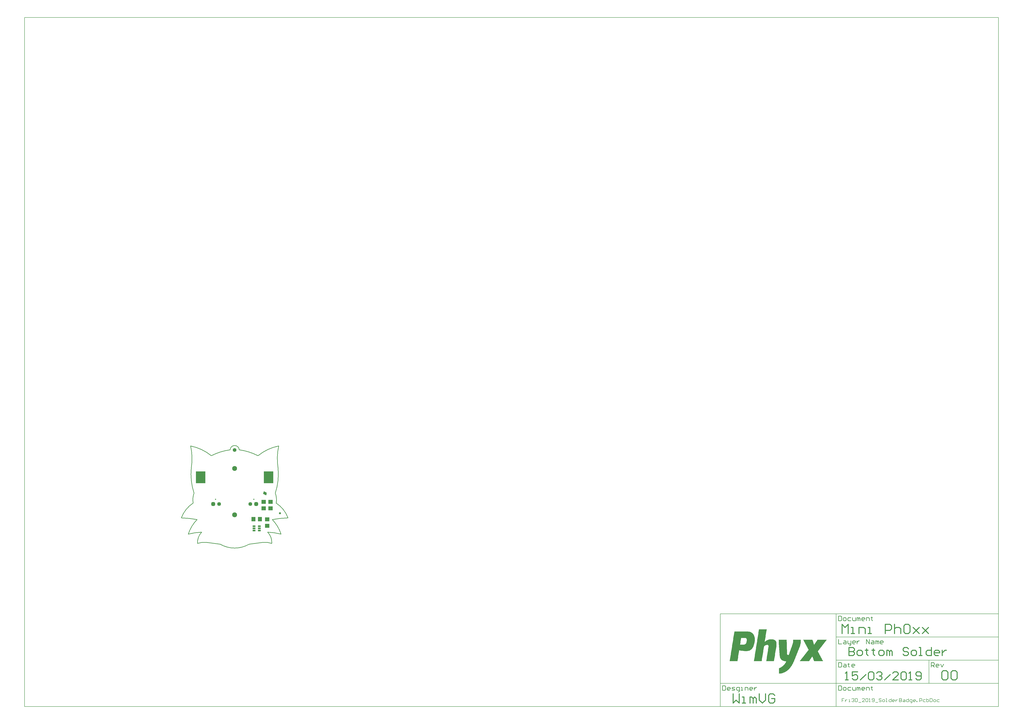
<source format=gbs>
G04*
G04 #@! TF.GenerationSoftware,Altium Limited,Altium Designer,18.1.9 (240)*
G04*
G04 Layer_Color=16711935*
%FSLAX25Y25*%
%MOIN*%
G70*
G01*
G75*
%ADD10C,0.00787*%
%ADD16C,0.00984*%
%ADD17C,0.01575*%
%ADD20C,0.00394*%
%ADD21C,0.06299*%
%ADD22C,0.08268*%
G04:AMPARAMS|DCode=23|XSize=63.94mil|YSize=63.94mil|CornerRadius=16.97mil|HoleSize=0mil|Usage=FLASHONLY|Rotation=0.000|XOffset=0mil|YOffset=0mil|HoleType=Round|Shape=RoundedRectangle|*
%AMROUNDEDRECTD23*
21,1,0.06394,0.03000,0,0,0.0*
21,1,0.03000,0.06394,0,0,0.0*
1,1,0.03394,0.01500,-0.01500*
1,1,0.03394,-0.01500,-0.01500*
1,1,0.03394,-0.01500,0.01500*
1,1,0.03394,0.01500,0.01500*
%
%ADD23ROUNDEDRECTD23*%
%ADD24C,0.06394*%
%ADD25C,0.01968*%
%ADD38R,0.07480X0.06693*%
%ADD39R,0.06693X0.07480*%
%ADD40R,0.04921X0.02756*%
%ADD41C,0.03543*%
%ADD42R,0.16142X0.20079*%
G36*
X54331Y94095D02*
Y91880D01*
X53494Y89321D01*
X48130Y92028D01*
X49606Y96457D01*
X54331Y94095D01*
D02*
G37*
G36*
X1005337Y-155808D02*
X1005050D01*
Y-156094D01*
X1004764D01*
Y-156380D01*
Y-156667D01*
X1004478D01*
Y-156953D01*
X1004192D01*
Y-157239D01*
X1003905D01*
Y-157526D01*
Y-157812D01*
X1003619D01*
Y-158098D01*
X1003333D01*
Y-158385D01*
X1003046D01*
Y-158671D01*
X1002760D01*
Y-158957D01*
Y-159244D01*
X1002474D01*
Y-159530D01*
X1002187D01*
Y-159816D01*
X1001901D01*
Y-160102D01*
Y-160389D01*
X1001615D01*
Y-160675D01*
X1001328D01*
Y-160961D01*
X1001042D01*
Y-161248D01*
X1000756D01*
Y-161534D01*
Y-161820D01*
X1000469D01*
Y-162107D01*
X1000183D01*
Y-162393D01*
X999897D01*
Y-162679D01*
Y-162966D01*
X999611D01*
Y-163252D01*
X999324D01*
Y-163538D01*
X999038D01*
Y-163824D01*
Y-164111D01*
X998752D01*
Y-164397D01*
X998465D01*
Y-164683D01*
X998179D01*
Y-164970D01*
X997893D01*
Y-165256D01*
Y-165542D01*
X997606D01*
Y-165829D01*
X997320D01*
Y-166115D01*
X997034D01*
Y-166401D01*
Y-166688D01*
X996747D01*
Y-166974D01*
X996461D01*
Y-167260D01*
X996175D01*
Y-167547D01*
Y-167833D01*
X995889D01*
Y-168119D01*
X995602D01*
Y-168405D01*
X995316D01*
Y-168692D01*
X995030D01*
Y-168978D01*
Y-169264D01*
X994743D01*
Y-169551D01*
X994457D01*
Y-169837D01*
X994171D01*
Y-170123D01*
Y-170410D01*
X993884D01*
Y-170696D01*
X993598D01*
Y-170982D01*
X993312D01*
Y-171269D01*
Y-171555D01*
X993025D01*
Y-171841D01*
X992739D01*
Y-172127D01*
X992453D01*
Y-172414D01*
X992166D01*
Y-172700D01*
Y-172986D01*
X991880D01*
Y-173273D01*
X991594D01*
Y-173559D01*
X991308D01*
Y-173845D01*
Y-174132D01*
X991021D01*
Y-174418D01*
X990735D01*
Y-174704D01*
X990449D01*
Y-174991D01*
X990162D01*
Y-175277D01*
Y-175563D01*
X990449D01*
Y-175850D01*
Y-176136D01*
X990735D01*
Y-176422D01*
Y-176709D01*
X991021D01*
Y-176995D01*
X991308D01*
Y-177281D01*
Y-177568D01*
X991594D01*
Y-177854D01*
Y-178140D01*
X991880D01*
Y-178426D01*
Y-178713D01*
X992166D01*
Y-178999D01*
Y-179285D01*
X992453D01*
Y-179572D01*
Y-179858D01*
X992739D01*
Y-180144D01*
Y-180431D01*
X993025D01*
Y-180717D01*
Y-181003D01*
X993312D01*
Y-181290D01*
Y-181576D01*
X993598D01*
Y-181862D01*
X993884D01*
Y-182149D01*
Y-182435D01*
X994171D01*
Y-182721D01*
Y-183007D01*
X994457D01*
Y-183294D01*
Y-183580D01*
X994743D01*
Y-183866D01*
Y-184153D01*
X995030D01*
Y-184439D01*
Y-184725D01*
X995316D01*
Y-185012D01*
Y-185298D01*
X995602D01*
Y-185584D01*
Y-185871D01*
X995889D01*
Y-186157D01*
X996175D01*
Y-186443D01*
Y-186730D01*
X996461D01*
Y-187016D01*
Y-187302D01*
X996747D01*
Y-187588D01*
Y-187875D01*
X997034D01*
Y-188161D01*
Y-188447D01*
X997320D01*
Y-188734D01*
Y-189020D01*
X997606D01*
Y-189306D01*
Y-189593D01*
X997893D01*
Y-189879D01*
Y-190165D01*
X998179D01*
Y-190452D01*
X998465D01*
Y-190738D01*
Y-191024D01*
X998752D01*
Y-191311D01*
Y-191597D01*
X999038D01*
Y-191883D01*
X983863D01*
Y-191597D01*
X983577D01*
Y-191311D01*
Y-191024D01*
Y-190738D01*
X983291D01*
Y-190452D01*
Y-190165D01*
Y-189879D01*
X983004D01*
Y-189593D01*
Y-189306D01*
X982718D01*
Y-189020D01*
Y-188734D01*
Y-188447D01*
X982432D01*
Y-188161D01*
Y-187875D01*
Y-187588D01*
X982146D01*
Y-187302D01*
Y-187016D01*
X981859D01*
Y-186730D01*
Y-186443D01*
Y-186157D01*
X981573D01*
Y-185871D01*
Y-185584D01*
Y-185298D01*
X981287D01*
Y-185012D01*
Y-184725D01*
Y-184439D01*
X981000D01*
Y-184153D01*
X980428D01*
Y-184439D01*
Y-184725D01*
X980141D01*
Y-185012D01*
X979855D01*
Y-185298D01*
Y-185584D01*
X979569D01*
Y-185871D01*
X979282D01*
Y-186157D01*
Y-186443D01*
X978996D01*
Y-186730D01*
X978710D01*
Y-187016D01*
Y-187302D01*
X978423D01*
Y-187588D01*
X978137D01*
Y-187875D01*
X977851D01*
Y-188161D01*
Y-188447D01*
X977565D01*
Y-188734D01*
X977278D01*
Y-189020D01*
Y-189306D01*
X976992D01*
Y-189593D01*
X976705D01*
Y-189879D01*
Y-190165D01*
X976419D01*
Y-190452D01*
X976133D01*
Y-190738D01*
Y-191024D01*
X975847D01*
Y-191311D01*
X975560D01*
Y-191597D01*
Y-191883D01*
X959527D01*
Y-191597D01*
X959813D01*
Y-191311D01*
X960099D01*
Y-191024D01*
X960386D01*
Y-190738D01*
X960672D01*
Y-190452D01*
Y-190165D01*
X960958D01*
Y-189879D01*
X961245D01*
Y-189593D01*
X961531D01*
Y-189306D01*
X961817D01*
Y-189020D01*
Y-188734D01*
X962104D01*
Y-188447D01*
X962390D01*
Y-188161D01*
X962676D01*
Y-187875D01*
Y-187588D01*
X962963D01*
Y-187302D01*
X963249D01*
Y-187016D01*
X963535D01*
Y-186730D01*
X963822D01*
Y-186443D01*
Y-186157D01*
X964108D01*
Y-185871D01*
X964394D01*
Y-185584D01*
X964680D01*
Y-185298D01*
X964967D01*
Y-185012D01*
Y-184725D01*
X965253D01*
Y-184439D01*
X965539D01*
Y-184153D01*
X965826D01*
Y-183866D01*
Y-183580D01*
X966112D01*
Y-183294D01*
X966398D01*
Y-183007D01*
X966685D01*
Y-182721D01*
X966971D01*
Y-182435D01*
Y-182149D01*
X967257D01*
Y-181862D01*
X967544D01*
Y-181576D01*
X967830D01*
Y-181290D01*
Y-181003D01*
X968116D01*
Y-180717D01*
X968402D01*
Y-180431D01*
X968689D01*
Y-180144D01*
X968975D01*
Y-179858D01*
Y-179572D01*
X969261D01*
Y-179285D01*
X969548D01*
Y-178999D01*
X969834D01*
Y-178713D01*
Y-178426D01*
X970120D01*
Y-178140D01*
X970407D01*
Y-177854D01*
X970693D01*
Y-177568D01*
X970979D01*
Y-177281D01*
Y-176995D01*
X971266D01*
Y-176709D01*
X971552D01*
Y-176422D01*
X971838D01*
Y-176136D01*
X972124D01*
Y-175850D01*
Y-175563D01*
X972411D01*
Y-175277D01*
X972697D01*
Y-174991D01*
X972983D01*
Y-174704D01*
Y-174418D01*
X973270D01*
Y-174132D01*
X973556D01*
Y-173845D01*
X973842D01*
Y-173559D01*
X974129D01*
Y-173273D01*
Y-172986D01*
X974415D01*
Y-172700D01*
Y-172414D01*
Y-172127D01*
X974129D01*
Y-171841D01*
X973842D01*
Y-171555D01*
Y-171269D01*
X973556D01*
Y-170982D01*
Y-170696D01*
X973270D01*
Y-170410D01*
Y-170123D01*
X972983D01*
Y-169837D01*
Y-169551D01*
X972697D01*
Y-169264D01*
Y-168978D01*
X972411D01*
Y-168692D01*
Y-168405D01*
X972124D01*
Y-168119D01*
X971838D01*
Y-167833D01*
Y-167547D01*
X971552D01*
Y-167260D01*
Y-166974D01*
X971266D01*
Y-166688D01*
Y-166401D01*
X970979D01*
Y-166115D01*
Y-165829D01*
X970693D01*
Y-165542D01*
Y-165256D01*
X970407D01*
Y-164970D01*
Y-164683D01*
X970120D01*
Y-164397D01*
X969834D01*
Y-164111D01*
Y-163824D01*
X969548D01*
Y-163538D01*
Y-163252D01*
X969261D01*
Y-162966D01*
Y-162679D01*
X968975D01*
Y-162393D01*
Y-162107D01*
X968689D01*
Y-161820D01*
Y-161534D01*
X968402D01*
Y-161248D01*
Y-160961D01*
X968116D01*
Y-160675D01*
Y-160389D01*
X967830D01*
Y-160102D01*
X967544D01*
Y-159816D01*
Y-159530D01*
X967257D01*
Y-159244D01*
Y-158957D01*
X966971D01*
Y-158671D01*
Y-158385D01*
X966685D01*
Y-158098D01*
Y-157812D01*
X966398D01*
Y-157526D01*
Y-157239D01*
X966112D01*
Y-156953D01*
Y-156667D01*
X965826D01*
Y-156380D01*
X965539D01*
Y-156094D01*
Y-155808D01*
X965253D01*
Y-155521D01*
X981000D01*
Y-155808D01*
X981287D01*
Y-156094D01*
Y-156380D01*
Y-156667D01*
X981573D01*
Y-156953D01*
Y-157239D01*
Y-157526D01*
X981859D01*
Y-157812D01*
Y-158098D01*
Y-158385D01*
X982146D01*
Y-158671D01*
Y-158957D01*
Y-159244D01*
X982432D01*
Y-159530D01*
Y-159816D01*
Y-160102D01*
X982718D01*
Y-160389D01*
Y-160675D01*
Y-160961D01*
X983004D01*
Y-161248D01*
Y-161534D01*
Y-161820D01*
X983291D01*
Y-162107D01*
Y-162393D01*
Y-162679D01*
X983577D01*
Y-162966D01*
Y-163252D01*
Y-163538D01*
Y-163824D01*
X984150D01*
Y-163538D01*
X984436D01*
Y-163252D01*
X984722D01*
Y-162966D01*
Y-162679D01*
X985009D01*
Y-162393D01*
X985295D01*
Y-162107D01*
Y-161820D01*
X985581D01*
Y-161534D01*
X985868D01*
Y-161248D01*
Y-160961D01*
X986154D01*
Y-160675D01*
X986440D01*
Y-160389D01*
Y-160102D01*
X986726D01*
Y-159816D01*
X987013D01*
Y-159530D01*
Y-159244D01*
X987299D01*
Y-158957D01*
X987585D01*
Y-158671D01*
Y-158385D01*
X987872D01*
Y-158098D01*
X988158D01*
Y-157812D01*
Y-157526D01*
X988444D01*
Y-157239D01*
X988731D01*
Y-156953D01*
Y-156667D01*
X989017D01*
Y-156380D01*
X989303D01*
Y-156094D01*
Y-155808D01*
X989590D01*
Y-155521D01*
X1005337D01*
Y-155808D01*
D02*
G37*
G36*
X872201Y-141778D02*
X873919D01*
Y-142065D01*
X874778D01*
Y-142351D01*
X875637D01*
Y-142637D01*
X876496D01*
Y-142924D01*
X877069D01*
Y-143210D01*
X877355D01*
Y-143496D01*
X877928D01*
Y-143783D01*
X878214D01*
Y-144069D01*
X878786D01*
Y-144355D01*
X879073D01*
Y-144641D01*
X879359D01*
Y-144928D01*
X879646D01*
Y-145214D01*
X879932D01*
Y-145501D01*
X880218D01*
Y-145787D01*
X880504D01*
Y-146073D01*
Y-146359D01*
X880791D01*
Y-146646D01*
X881077D01*
Y-146932D01*
Y-147218D01*
X881363D01*
Y-147505D01*
X881650D01*
Y-147791D01*
Y-148077D01*
X881936D01*
Y-148364D01*
Y-148650D01*
Y-148936D01*
X882222D01*
Y-149223D01*
Y-149509D01*
Y-149795D01*
X882509D01*
Y-150082D01*
Y-150368D01*
Y-150654D01*
Y-150940D01*
X882795D01*
Y-151227D01*
Y-151513D01*
Y-151799D01*
Y-152086D01*
Y-152372D01*
X883081D01*
Y-152658D01*
Y-152945D01*
Y-153231D01*
Y-153517D01*
Y-153804D01*
Y-154090D01*
Y-154376D01*
Y-154663D01*
Y-154949D01*
Y-155235D01*
Y-155521D01*
Y-155808D01*
Y-156094D01*
Y-156380D01*
Y-156667D01*
Y-156953D01*
Y-157239D01*
Y-157526D01*
Y-157812D01*
Y-158098D01*
X882795D01*
Y-158385D01*
Y-158671D01*
Y-158957D01*
Y-159244D01*
Y-159530D01*
Y-159816D01*
Y-160102D01*
X882509D01*
Y-160389D01*
Y-160675D01*
Y-160961D01*
Y-161248D01*
Y-161534D01*
X882222D01*
Y-161820D01*
Y-162107D01*
Y-162393D01*
Y-162679D01*
Y-162966D01*
X881936D01*
Y-163252D01*
Y-163538D01*
Y-163824D01*
X881650D01*
Y-164111D01*
Y-164397D01*
Y-164683D01*
Y-164970D01*
X881363D01*
Y-165256D01*
Y-165542D01*
Y-165829D01*
X881077D01*
Y-166115D01*
Y-166401D01*
X880791D01*
Y-166688D01*
Y-166974D01*
Y-167260D01*
X880504D01*
Y-167547D01*
Y-167833D01*
X880218D01*
Y-168119D01*
Y-168405D01*
X879932D01*
Y-168692D01*
Y-168978D01*
X879646D01*
Y-169264D01*
X879359D01*
Y-169551D01*
Y-169837D01*
X879073D01*
Y-170123D01*
X878786D01*
Y-170410D01*
X878500D01*
Y-170696D01*
Y-170982D01*
X878214D01*
Y-171269D01*
X877928D01*
Y-171555D01*
X877641D01*
Y-171841D01*
X877355D01*
Y-172127D01*
X877069D01*
Y-172414D01*
X876496D01*
Y-172700D01*
X876210D01*
Y-172986D01*
X875637D01*
Y-173273D01*
X875351D01*
Y-173559D01*
X874778D01*
Y-173845D01*
X873919D01*
Y-174132D01*
X873060D01*
Y-174418D01*
X872201D01*
Y-174704D01*
X870483D01*
Y-174991D01*
X865330D01*
Y-174704D01*
X862753D01*
Y-174418D01*
X860749D01*
Y-174132D01*
X859317D01*
Y-173845D01*
X857886D01*
Y-173559D01*
X856454D01*
Y-173845D01*
Y-174132D01*
Y-174418D01*
Y-174704D01*
Y-174991D01*
Y-175277D01*
Y-175563D01*
X856168D01*
Y-175850D01*
Y-176136D01*
Y-176422D01*
Y-176709D01*
Y-176995D01*
Y-177281D01*
X855882D01*
Y-177568D01*
Y-177854D01*
Y-178140D01*
Y-178426D01*
Y-178713D01*
Y-178999D01*
X855595D01*
Y-179285D01*
Y-179572D01*
Y-179858D01*
Y-180144D01*
Y-180431D01*
Y-180717D01*
Y-181003D01*
X855309D01*
Y-181290D01*
Y-181576D01*
Y-181862D01*
Y-182149D01*
Y-182435D01*
Y-182721D01*
X855023D01*
Y-183007D01*
Y-183294D01*
Y-183580D01*
Y-183866D01*
Y-184153D01*
Y-184439D01*
X854736D01*
Y-184725D01*
Y-185012D01*
Y-185298D01*
Y-185584D01*
Y-185871D01*
Y-186157D01*
Y-186443D01*
X854450D01*
Y-186730D01*
Y-187016D01*
Y-187302D01*
Y-187588D01*
Y-187875D01*
Y-188161D01*
X854164D01*
Y-188447D01*
Y-188734D01*
Y-189020D01*
Y-189306D01*
Y-189593D01*
Y-189879D01*
X853877D01*
Y-190165D01*
Y-190452D01*
Y-190738D01*
Y-191024D01*
Y-191311D01*
Y-191597D01*
Y-191883D01*
X840421D01*
Y-191597D01*
X840707D01*
Y-191311D01*
Y-191024D01*
Y-190738D01*
Y-190452D01*
Y-190165D01*
X840993D01*
Y-189879D01*
Y-189593D01*
Y-189306D01*
Y-189020D01*
Y-188734D01*
Y-188447D01*
Y-188161D01*
X841280D01*
Y-187875D01*
Y-187588D01*
Y-187302D01*
Y-187016D01*
Y-186730D01*
Y-186443D01*
X841566D01*
Y-186157D01*
Y-185871D01*
Y-185584D01*
Y-185298D01*
Y-185012D01*
Y-184725D01*
X841852D01*
Y-184439D01*
Y-184153D01*
Y-183866D01*
Y-183580D01*
Y-183294D01*
Y-183007D01*
Y-182721D01*
X842138D01*
Y-182435D01*
Y-182149D01*
Y-181862D01*
Y-181576D01*
Y-181290D01*
Y-181003D01*
X842425D01*
Y-180717D01*
Y-180431D01*
Y-180144D01*
Y-179858D01*
Y-179572D01*
Y-179285D01*
X842711D01*
Y-178999D01*
Y-178713D01*
Y-178426D01*
Y-178140D01*
Y-177854D01*
Y-177568D01*
X842997D01*
Y-177281D01*
Y-176995D01*
Y-176709D01*
Y-176422D01*
Y-176136D01*
Y-175850D01*
Y-175563D01*
X843284D01*
Y-175277D01*
Y-174991D01*
Y-174704D01*
Y-174418D01*
Y-174132D01*
Y-173845D01*
X843570D01*
Y-173559D01*
Y-173273D01*
Y-172986D01*
Y-172700D01*
Y-172414D01*
Y-172127D01*
X843856D01*
Y-171841D01*
Y-171555D01*
Y-171269D01*
Y-170982D01*
Y-170696D01*
Y-170410D01*
X844143D01*
Y-170123D01*
Y-169837D01*
Y-169551D01*
Y-169264D01*
Y-168978D01*
Y-168692D01*
Y-168405D01*
X844429D01*
Y-168119D01*
Y-167833D01*
Y-167547D01*
Y-167260D01*
Y-166974D01*
Y-166688D01*
X844715D01*
Y-166401D01*
Y-166115D01*
Y-165829D01*
Y-165542D01*
Y-165256D01*
Y-164970D01*
X845002D01*
Y-164683D01*
Y-164397D01*
Y-164111D01*
Y-163824D01*
Y-163538D01*
Y-163252D01*
Y-162966D01*
X845288D01*
Y-162679D01*
Y-162393D01*
Y-162107D01*
Y-161820D01*
Y-161534D01*
Y-161248D01*
X845574D01*
Y-160961D01*
Y-160675D01*
Y-160389D01*
Y-160102D01*
Y-159816D01*
Y-159530D01*
X845861D01*
Y-159244D01*
Y-158957D01*
Y-158671D01*
Y-158385D01*
Y-158098D01*
Y-157812D01*
X846147D01*
Y-157526D01*
Y-157239D01*
Y-156953D01*
Y-156667D01*
Y-156380D01*
Y-156094D01*
Y-155808D01*
X846433D01*
Y-155521D01*
Y-155235D01*
Y-154949D01*
Y-154663D01*
Y-154376D01*
Y-154090D01*
X846719D01*
Y-153804D01*
Y-153517D01*
Y-153231D01*
Y-152945D01*
Y-152658D01*
Y-152372D01*
X847006D01*
Y-152086D01*
Y-151799D01*
Y-151513D01*
Y-151227D01*
Y-150940D01*
Y-150654D01*
Y-150368D01*
X847292D01*
Y-150082D01*
Y-149795D01*
Y-149509D01*
Y-149223D01*
Y-148936D01*
Y-148650D01*
X847578D01*
Y-148364D01*
Y-148077D01*
Y-147791D01*
Y-147505D01*
Y-147218D01*
Y-146932D01*
X847865D01*
Y-146646D01*
Y-146359D01*
Y-146073D01*
Y-145787D01*
Y-145501D01*
Y-145214D01*
Y-144928D01*
X848151D01*
Y-144641D01*
Y-144355D01*
Y-144069D01*
Y-143783D01*
Y-143496D01*
Y-143210D01*
X848437D01*
Y-142924D01*
Y-142637D01*
Y-142351D01*
Y-142065D01*
Y-141778D01*
Y-141492D01*
X872201D01*
Y-141778D01*
D02*
G37*
G36*
X961245Y-155808D02*
Y-156094D01*
Y-156380D01*
Y-156667D01*
Y-156953D01*
Y-157239D01*
Y-157526D01*
Y-157812D01*
Y-158098D01*
Y-158385D01*
Y-158671D01*
Y-158957D01*
Y-159244D01*
Y-159530D01*
Y-159816D01*
Y-160102D01*
Y-160389D01*
Y-160675D01*
Y-160961D01*
Y-161248D01*
Y-161534D01*
X960958D01*
Y-161820D01*
Y-162107D01*
Y-162393D01*
Y-162679D01*
Y-162966D01*
X960672D01*
Y-163252D01*
Y-163538D01*
Y-163824D01*
Y-164111D01*
X960386D01*
Y-164397D01*
Y-164683D01*
Y-164970D01*
Y-165256D01*
X960099D01*
Y-165542D01*
Y-165829D01*
Y-166115D01*
X959813D01*
Y-166401D01*
Y-166688D01*
Y-166974D01*
X959527D01*
Y-167260D01*
Y-167547D01*
Y-167833D01*
X959241D01*
Y-168119D01*
Y-168405D01*
Y-168692D01*
X958954D01*
Y-168978D01*
Y-169264D01*
X958668D01*
Y-169551D01*
Y-169837D01*
X958381D01*
Y-170123D01*
Y-170410D01*
Y-170696D01*
X958095D01*
Y-170982D01*
Y-171269D01*
X957809D01*
Y-171555D01*
Y-171841D01*
Y-172127D01*
X957523D01*
Y-172414D01*
Y-172700D01*
X957236D01*
Y-172986D01*
Y-173273D01*
Y-173559D01*
X956950D01*
Y-173845D01*
Y-174132D01*
X956664D01*
Y-174418D01*
Y-174704D01*
Y-174991D01*
X956377D01*
Y-175277D01*
Y-175563D01*
X956091D01*
Y-175850D01*
Y-176136D01*
Y-176422D01*
X955805D01*
Y-176709D01*
Y-176995D01*
X955518D01*
Y-177281D01*
Y-177568D01*
Y-177854D01*
X955232D01*
Y-178140D01*
Y-178426D01*
X954946D01*
Y-178713D01*
Y-178999D01*
Y-179285D01*
X954659D01*
Y-179572D01*
Y-179858D01*
X954373D01*
Y-180144D01*
Y-180431D01*
Y-180717D01*
X954087D01*
Y-181003D01*
Y-181290D01*
X953800D01*
Y-181576D01*
Y-181862D01*
Y-182149D01*
X953514D01*
Y-182435D01*
Y-182721D01*
X953228D01*
Y-183007D01*
Y-183294D01*
Y-183580D01*
X952942D01*
Y-183866D01*
Y-184153D01*
X952655D01*
Y-184439D01*
Y-184725D01*
Y-185012D01*
X952369D01*
Y-185298D01*
Y-185584D01*
X952083D01*
Y-185871D01*
Y-186157D01*
Y-186443D01*
X951796D01*
Y-186730D01*
Y-187016D01*
X951510D01*
Y-187302D01*
Y-187588D01*
Y-187875D01*
X951224D01*
Y-188161D01*
Y-188447D01*
X950937D01*
Y-188734D01*
Y-189020D01*
Y-189306D01*
X950651D01*
Y-189593D01*
Y-189879D01*
X950365D01*
Y-190165D01*
Y-190452D01*
Y-190738D01*
X950078D01*
Y-191024D01*
Y-191311D01*
X949792D01*
Y-191597D01*
Y-191883D01*
Y-192169D01*
X949506D01*
Y-192456D01*
Y-192742D01*
X949220D01*
Y-193028D01*
Y-193315D01*
X948933D01*
Y-193601D01*
Y-193887D01*
X948647D01*
Y-194174D01*
Y-194460D01*
Y-194746D01*
X948361D01*
Y-195033D01*
X948074D01*
Y-195319D01*
Y-195605D01*
Y-195891D01*
X947788D01*
Y-196178D01*
X947502D01*
Y-196464D01*
Y-196750D01*
X947215D01*
Y-197037D01*
Y-197323D01*
X946929D01*
Y-197609D01*
Y-197896D01*
X946643D01*
Y-198182D01*
Y-198468D01*
X946356D01*
Y-198755D01*
X946070D01*
Y-199041D01*
Y-199327D01*
X945784D01*
Y-199614D01*
Y-199900D01*
X945497D01*
Y-200186D01*
X945211D01*
Y-200472D01*
X944925D01*
Y-200759D01*
Y-201045D01*
X944639D01*
Y-201331D01*
X944352D01*
Y-201618D01*
Y-201904D01*
X944066D01*
Y-202190D01*
X943780D01*
Y-202477D01*
X943493D01*
Y-202763D01*
Y-203049D01*
X943207D01*
Y-203336D01*
X942921D01*
Y-203622D01*
X942634D01*
Y-203908D01*
X942348D01*
Y-204195D01*
X942062D01*
Y-204481D01*
Y-204767D01*
X941775D01*
Y-205053D01*
X941489D01*
Y-205340D01*
X941203D01*
Y-205626D01*
X940916D01*
Y-205912D01*
X940630D01*
Y-206199D01*
X940344D01*
Y-206485D01*
X940057D01*
Y-206771D01*
X939485D01*
Y-207058D01*
X939199D01*
Y-207344D01*
X938912D01*
Y-207630D01*
X938626D01*
Y-207917D01*
X938340D01*
Y-208203D01*
X937767D01*
Y-208489D01*
X937481D01*
Y-208776D01*
X936908D01*
Y-209062D01*
X936622D01*
Y-209348D01*
X936049D01*
Y-209634D01*
X935763D01*
Y-209921D01*
X935190D01*
Y-210207D01*
X934618D01*
Y-210493D01*
X934045D01*
Y-210780D01*
X933472D01*
Y-211066D01*
X932900D01*
Y-211352D01*
X932041D01*
Y-211639D01*
X931468D01*
Y-211925D01*
X930609D01*
Y-212211D01*
X929464D01*
Y-212498D01*
X928319D01*
Y-212784D01*
X926601D01*
Y-213070D01*
X924597D01*
Y-213357D01*
X924310D01*
Y-213070D01*
Y-212784D01*
Y-212498D01*
Y-212211D01*
Y-211925D01*
Y-211639D01*
Y-211352D01*
Y-211066D01*
Y-210780D01*
Y-210493D01*
Y-210207D01*
Y-209921D01*
Y-209634D01*
Y-209348D01*
Y-209062D01*
Y-208776D01*
Y-208489D01*
Y-208203D01*
Y-207917D01*
Y-207630D01*
Y-207344D01*
Y-207058D01*
Y-206771D01*
Y-206485D01*
Y-206199D01*
Y-205912D01*
Y-205626D01*
Y-205340D01*
Y-205053D01*
Y-204767D01*
Y-204481D01*
Y-204195D01*
Y-203908D01*
X924883D01*
Y-203622D01*
X925455D01*
Y-203336D01*
X926028D01*
Y-203049D01*
X926601D01*
Y-202763D01*
X927173D01*
Y-202477D01*
X927746D01*
Y-202190D01*
X928032D01*
Y-201904D01*
X928605D01*
Y-201618D01*
X928891D01*
Y-201331D01*
X929464D01*
Y-201045D01*
X929750D01*
Y-200759D01*
X930037D01*
Y-200472D01*
X930609D01*
Y-200186D01*
X930896D01*
Y-199900D01*
X931182D01*
Y-199614D01*
X931468D01*
Y-199327D01*
X931754D01*
Y-199041D01*
X932041D01*
Y-198755D01*
X932327D01*
Y-198468D01*
X932613D01*
Y-198182D01*
X932900D01*
Y-197896D01*
X933186D01*
Y-197609D01*
X933472D01*
Y-197323D01*
X933759D01*
Y-197037D01*
Y-196750D01*
X934045D01*
Y-196464D01*
X934331D01*
Y-196178D01*
X934618D01*
Y-195891D01*
Y-195605D01*
X934904D01*
Y-195319D01*
X935190D01*
Y-195033D01*
Y-194746D01*
X935476D01*
Y-194460D01*
Y-194174D01*
X935763D01*
Y-193887D01*
X936049D01*
Y-193601D01*
Y-193315D01*
X936335D01*
Y-193028D01*
Y-192742D01*
X936622D01*
Y-192456D01*
Y-192169D01*
X934904D01*
Y-191883D01*
X932900D01*
Y-191597D01*
X931754D01*
Y-191311D01*
X931182D01*
Y-191024D01*
X930323D01*
Y-190738D01*
X929750D01*
Y-190452D01*
X929464D01*
Y-190165D01*
X928891D01*
Y-189879D01*
X928605D01*
Y-189593D01*
X928319D01*
Y-189306D01*
X928032D01*
Y-189020D01*
X927746D01*
Y-188734D01*
X927460D01*
Y-188447D01*
Y-188161D01*
X927173D01*
Y-187875D01*
X926887D01*
Y-187588D01*
Y-187302D01*
X926601D01*
Y-187016D01*
Y-186730D01*
X926315D01*
Y-186443D01*
Y-186157D01*
X926028D01*
Y-185871D01*
Y-185584D01*
Y-185298D01*
X925742D01*
Y-185012D01*
Y-184725D01*
Y-184439D01*
Y-184153D01*
X925455D01*
Y-183866D01*
Y-183580D01*
Y-183294D01*
Y-183007D01*
Y-182721D01*
Y-182435D01*
Y-182149D01*
X925169D01*
Y-181862D01*
Y-181576D01*
Y-181290D01*
Y-181003D01*
Y-180717D01*
Y-180431D01*
Y-180144D01*
Y-179858D01*
Y-179572D01*
Y-179285D01*
Y-178999D01*
Y-178713D01*
Y-178426D01*
Y-178140D01*
Y-177854D01*
X924883D01*
Y-177568D01*
Y-177281D01*
Y-176995D01*
Y-176709D01*
Y-176422D01*
Y-176136D01*
Y-175850D01*
Y-175563D01*
Y-175277D01*
Y-174991D01*
Y-174704D01*
Y-174418D01*
Y-174132D01*
Y-173845D01*
Y-173559D01*
X924597D01*
Y-173273D01*
Y-172986D01*
Y-172700D01*
Y-172414D01*
Y-172127D01*
Y-171841D01*
Y-171555D01*
Y-171269D01*
Y-170982D01*
Y-170696D01*
Y-170410D01*
Y-170123D01*
Y-169837D01*
Y-169551D01*
Y-169264D01*
Y-168978D01*
X924310D01*
Y-168692D01*
Y-168405D01*
Y-168119D01*
Y-167833D01*
Y-167547D01*
Y-167260D01*
Y-166974D01*
Y-166688D01*
Y-166401D01*
Y-166115D01*
Y-165829D01*
Y-165542D01*
Y-165256D01*
Y-164970D01*
Y-164683D01*
Y-164397D01*
X924024D01*
Y-164111D01*
Y-163824D01*
Y-163538D01*
Y-163252D01*
Y-162966D01*
Y-162679D01*
Y-162393D01*
Y-162107D01*
Y-161820D01*
Y-161534D01*
Y-161248D01*
Y-160961D01*
Y-160675D01*
Y-160389D01*
X923738D01*
Y-160102D01*
Y-159816D01*
Y-159530D01*
Y-159244D01*
Y-158957D01*
Y-158671D01*
Y-158385D01*
Y-158098D01*
Y-157812D01*
Y-157526D01*
Y-157239D01*
Y-156953D01*
Y-156667D01*
Y-156380D01*
Y-156094D01*
Y-155808D01*
X923451D01*
Y-155521D01*
X937194D01*
Y-155808D01*
Y-156094D01*
Y-156380D01*
Y-156667D01*
Y-156953D01*
Y-157239D01*
Y-157526D01*
Y-157812D01*
Y-158098D01*
Y-158385D01*
Y-158671D01*
Y-158957D01*
Y-159244D01*
Y-159530D01*
X937481D01*
Y-159816D01*
Y-160102D01*
Y-160389D01*
Y-160675D01*
Y-160961D01*
Y-161248D01*
Y-161534D01*
Y-161820D01*
Y-162107D01*
Y-162393D01*
Y-162679D01*
Y-162966D01*
Y-163252D01*
Y-163538D01*
Y-163824D01*
Y-164111D01*
Y-164397D01*
Y-164683D01*
Y-164970D01*
Y-165256D01*
Y-165542D01*
Y-165829D01*
Y-166115D01*
Y-166401D01*
Y-166688D01*
Y-166974D01*
Y-167260D01*
Y-167547D01*
Y-167833D01*
Y-168119D01*
Y-168405D01*
Y-168692D01*
Y-168978D01*
Y-169264D01*
Y-169551D01*
Y-169837D01*
Y-170123D01*
Y-170410D01*
Y-170696D01*
Y-170982D01*
Y-171269D01*
X937767D01*
Y-171555D01*
X937481D01*
Y-171841D01*
Y-172127D01*
X937767D01*
Y-172414D01*
Y-172700D01*
Y-172986D01*
Y-173273D01*
Y-173559D01*
Y-173845D01*
Y-174132D01*
Y-174418D01*
Y-174704D01*
Y-174991D01*
Y-175277D01*
Y-175563D01*
Y-175850D01*
Y-176136D01*
Y-176422D01*
Y-176709D01*
Y-176995D01*
Y-177281D01*
Y-177568D01*
Y-177854D01*
Y-178140D01*
Y-178426D01*
Y-178713D01*
Y-178999D01*
Y-179285D01*
Y-179572D01*
X938053D01*
Y-179858D01*
Y-180144D01*
Y-180431D01*
X938340D01*
Y-180717D01*
X938626D01*
Y-181003D01*
X938912D01*
Y-181290D01*
X939771D01*
Y-181576D01*
X940630D01*
Y-181290D01*
X940916D01*
Y-181003D01*
Y-180717D01*
Y-180431D01*
X941203D01*
Y-180144D01*
Y-179858D01*
X941489D01*
Y-179572D01*
Y-179285D01*
Y-178999D01*
X941775D01*
Y-178713D01*
Y-178426D01*
Y-178140D01*
X942062D01*
Y-177854D01*
Y-177568D01*
Y-177281D01*
X942348D01*
Y-176995D01*
Y-176709D01*
Y-176422D01*
X942634D01*
Y-176136D01*
Y-175850D01*
X942921D01*
Y-175563D01*
Y-175277D01*
Y-174991D01*
X943207D01*
Y-174704D01*
Y-174418D01*
Y-174132D01*
X943493D01*
Y-173845D01*
Y-173559D01*
Y-173273D01*
X943780D01*
Y-172986D01*
Y-172700D01*
X944066D01*
Y-172414D01*
Y-172127D01*
Y-171841D01*
X944352D01*
Y-171555D01*
Y-171269D01*
Y-170982D01*
X944639D01*
Y-170696D01*
Y-170410D01*
Y-170123D01*
X944925D01*
Y-169837D01*
Y-169551D01*
X945211D01*
Y-169264D01*
Y-168978D01*
Y-168692D01*
X945497D01*
Y-168405D01*
Y-168119D01*
Y-167833D01*
X945784D01*
Y-167547D01*
Y-167260D01*
Y-166974D01*
X946070D01*
Y-166688D01*
Y-166401D01*
X946356D01*
Y-166115D01*
Y-165829D01*
Y-165542D01*
X946643D01*
Y-165256D01*
Y-164970D01*
Y-164683D01*
X946929D01*
Y-164397D01*
Y-164111D01*
Y-163824D01*
X947215D01*
Y-163538D01*
Y-163252D01*
Y-162966D01*
Y-162679D01*
X947502D01*
Y-162393D01*
Y-162107D01*
Y-161820D01*
Y-161534D01*
X947788D01*
Y-161248D01*
Y-160961D01*
Y-160675D01*
Y-160389D01*
Y-160102D01*
X948074D01*
Y-159816D01*
Y-159530D01*
Y-159244D01*
Y-158957D01*
Y-158671D01*
Y-158385D01*
X948361D01*
Y-158098D01*
Y-157812D01*
Y-157526D01*
Y-157239D01*
Y-156953D01*
Y-156667D01*
Y-156380D01*
Y-156094D01*
Y-155808D01*
Y-155521D01*
X961245D01*
Y-155808D01*
D02*
G37*
G36*
X903409Y-138343D02*
Y-138629D01*
X903123D01*
Y-138915D01*
Y-139202D01*
Y-139488D01*
Y-139774D01*
Y-140060D01*
Y-140347D01*
X902837D01*
Y-140633D01*
Y-140919D01*
Y-141206D01*
Y-141492D01*
Y-141778D01*
Y-142065D01*
X902551D01*
Y-142351D01*
Y-142637D01*
Y-142924D01*
Y-143210D01*
Y-143496D01*
Y-143783D01*
Y-144069D01*
X902264D01*
Y-144355D01*
Y-144641D01*
Y-144928D01*
Y-145214D01*
Y-145501D01*
Y-145787D01*
X901978D01*
Y-146073D01*
Y-146359D01*
Y-146646D01*
Y-146932D01*
Y-147218D01*
Y-147505D01*
X901692D01*
Y-147791D01*
Y-148077D01*
Y-148364D01*
Y-148650D01*
Y-148936D01*
Y-149223D01*
Y-149509D01*
X901405D01*
Y-149795D01*
Y-150082D01*
Y-150368D01*
Y-150654D01*
Y-150940D01*
Y-151227D01*
X901119D01*
Y-151513D01*
Y-151799D01*
Y-152086D01*
Y-152372D01*
Y-152658D01*
Y-152945D01*
X900833D01*
Y-153231D01*
Y-153517D01*
Y-153804D01*
Y-154090D01*
Y-154376D01*
Y-154663D01*
X900546D01*
Y-154949D01*
Y-155235D01*
Y-155521D01*
Y-155808D01*
Y-156094D01*
Y-156380D01*
Y-156667D01*
X900260D01*
Y-156953D01*
Y-157239D01*
Y-157526D01*
Y-157812D01*
Y-158098D01*
Y-158385D01*
X899974D01*
Y-158671D01*
Y-158957D01*
X900546D01*
Y-158671D01*
X900833D01*
Y-158385D01*
X901119D01*
Y-158098D01*
X901692D01*
Y-157812D01*
X901978D01*
Y-157526D01*
X902264D01*
Y-157239D01*
X902837D01*
Y-156953D01*
X903409D01*
Y-156667D01*
X903696D01*
Y-156380D01*
X904268D01*
Y-156094D01*
X905127D01*
Y-155808D01*
X905700D01*
Y-155521D01*
X906559D01*
Y-155235D01*
X907990D01*
Y-154949D01*
X914289D01*
Y-155235D01*
X915435D01*
Y-155521D01*
X916294D01*
Y-155808D01*
X916866D01*
Y-156094D01*
X917153D01*
Y-156380D01*
X917725D01*
Y-156667D01*
X918011D01*
Y-156953D01*
X918298D01*
Y-157239D01*
X918584D01*
Y-157526D01*
X918870D01*
Y-157812D01*
Y-158098D01*
X919157D01*
Y-158385D01*
Y-158671D01*
X919443D01*
Y-158957D01*
Y-159244D01*
Y-159530D01*
X919729D01*
Y-159816D01*
Y-160102D01*
Y-160389D01*
Y-160675D01*
X920016D01*
Y-160961D01*
Y-161248D01*
Y-161534D01*
Y-161820D01*
Y-162107D01*
Y-162393D01*
Y-162679D01*
Y-162966D01*
Y-163252D01*
Y-163538D01*
Y-163824D01*
Y-164111D01*
Y-164397D01*
Y-164683D01*
Y-164970D01*
Y-165256D01*
Y-165542D01*
Y-165829D01*
X919729D01*
Y-166115D01*
Y-166401D01*
Y-166688D01*
Y-166974D01*
Y-167260D01*
Y-167547D01*
Y-167833D01*
X919443D01*
Y-168119D01*
Y-168405D01*
Y-168692D01*
Y-168978D01*
Y-169264D01*
Y-169551D01*
Y-169837D01*
X919157D01*
Y-170123D01*
Y-170410D01*
Y-170696D01*
Y-170982D01*
Y-171269D01*
Y-171555D01*
X918870D01*
Y-171841D01*
Y-172127D01*
Y-172414D01*
Y-172700D01*
Y-172986D01*
Y-173273D01*
X918584D01*
Y-173559D01*
Y-173845D01*
Y-174132D01*
Y-174418D01*
Y-174704D01*
Y-174991D01*
X918298D01*
Y-175277D01*
Y-175563D01*
Y-175850D01*
Y-176136D01*
Y-176422D01*
Y-176709D01*
Y-176995D01*
X918011D01*
Y-177281D01*
Y-177568D01*
Y-177854D01*
Y-178140D01*
Y-178426D01*
Y-178713D01*
X917725D01*
Y-178999D01*
Y-179285D01*
Y-179572D01*
Y-179858D01*
Y-180144D01*
Y-180431D01*
X917439D01*
Y-180717D01*
Y-181003D01*
Y-181290D01*
Y-181576D01*
Y-181862D01*
Y-182149D01*
Y-182435D01*
X917153D01*
Y-182721D01*
Y-183007D01*
Y-183294D01*
Y-183580D01*
Y-183866D01*
Y-184153D01*
X916866D01*
Y-184439D01*
Y-184725D01*
Y-185012D01*
Y-185298D01*
Y-185584D01*
Y-185871D01*
X916580D01*
Y-186157D01*
Y-186443D01*
Y-186730D01*
Y-187016D01*
Y-187302D01*
Y-187588D01*
X916294D01*
Y-187875D01*
Y-188161D01*
Y-188447D01*
Y-188734D01*
Y-189020D01*
Y-189306D01*
Y-189593D01*
X916007D01*
Y-189879D01*
Y-190165D01*
Y-190452D01*
Y-190738D01*
Y-191024D01*
Y-191311D01*
X915721D01*
Y-191597D01*
Y-191883D01*
X902551D01*
Y-191597D01*
Y-191311D01*
X902837D01*
Y-191024D01*
Y-190738D01*
Y-190452D01*
Y-190165D01*
Y-189879D01*
Y-189593D01*
X903123D01*
Y-189306D01*
Y-189020D01*
Y-188734D01*
Y-188447D01*
Y-188161D01*
Y-187875D01*
Y-187588D01*
X903409D01*
Y-187302D01*
Y-187016D01*
Y-186730D01*
Y-186443D01*
Y-186157D01*
Y-185871D01*
X903696D01*
Y-185584D01*
Y-185298D01*
Y-185012D01*
Y-184725D01*
Y-184439D01*
Y-184153D01*
X903982D01*
Y-183866D01*
Y-183580D01*
Y-183294D01*
Y-183007D01*
Y-182721D01*
Y-182435D01*
Y-182149D01*
X904268D01*
Y-181862D01*
Y-181576D01*
Y-181290D01*
Y-181003D01*
Y-180717D01*
Y-180431D01*
X904555D01*
Y-180144D01*
Y-179858D01*
Y-179572D01*
Y-179285D01*
Y-178999D01*
Y-178713D01*
Y-178426D01*
X904841D01*
Y-178140D01*
Y-177854D01*
Y-177568D01*
Y-177281D01*
Y-176995D01*
Y-176709D01*
X905127D01*
Y-176422D01*
Y-176136D01*
Y-175850D01*
Y-175563D01*
Y-175277D01*
Y-174991D01*
X905414D01*
Y-174704D01*
Y-174418D01*
Y-174132D01*
Y-173845D01*
Y-173559D01*
Y-173273D01*
X905700D01*
Y-172986D01*
Y-172700D01*
Y-172414D01*
Y-172127D01*
Y-171841D01*
Y-171555D01*
Y-171269D01*
X905986D01*
Y-170982D01*
Y-170696D01*
Y-170410D01*
Y-170123D01*
Y-169837D01*
Y-169551D01*
X906273D01*
Y-169264D01*
Y-168978D01*
Y-168692D01*
Y-168405D01*
Y-168119D01*
Y-167833D01*
Y-167547D01*
X906559D01*
Y-167260D01*
Y-166974D01*
Y-166688D01*
Y-166401D01*
Y-166115D01*
Y-165829D01*
X906273D01*
Y-165542D01*
Y-165256D01*
X905986D01*
Y-164970D01*
X905700D01*
Y-164683D01*
X905127D01*
Y-164397D01*
X903409D01*
Y-164683D01*
X901978D01*
Y-164970D01*
X901119D01*
Y-165256D01*
X900546D01*
Y-165542D01*
X900260D01*
Y-165829D01*
X899687D01*
Y-166115D01*
X899401D01*
Y-166401D01*
X899115D01*
Y-166688D01*
Y-166974D01*
X898828D01*
Y-167260D01*
Y-167547D01*
Y-167833D01*
X898542D01*
Y-168119D01*
Y-168405D01*
Y-168692D01*
Y-168978D01*
Y-169264D01*
Y-169551D01*
X898256D01*
Y-169837D01*
Y-170123D01*
Y-170410D01*
Y-170696D01*
Y-170982D01*
Y-171269D01*
Y-171555D01*
X897970D01*
Y-171841D01*
Y-172127D01*
Y-172414D01*
Y-172700D01*
Y-172986D01*
Y-173273D01*
X897683D01*
Y-173559D01*
Y-173845D01*
Y-174132D01*
Y-174418D01*
Y-174704D01*
Y-174991D01*
X897397D01*
Y-175277D01*
Y-175563D01*
Y-175850D01*
Y-176136D01*
Y-176422D01*
Y-176709D01*
X897111D01*
Y-176995D01*
Y-177281D01*
Y-177568D01*
Y-177854D01*
Y-178140D01*
Y-178426D01*
Y-178713D01*
X896824D01*
Y-178999D01*
Y-179285D01*
Y-179572D01*
Y-179858D01*
Y-180144D01*
Y-180431D01*
X896538D01*
Y-180717D01*
Y-181003D01*
Y-181290D01*
Y-181576D01*
Y-181862D01*
Y-182149D01*
X896252D01*
Y-182435D01*
Y-182721D01*
Y-183007D01*
Y-183294D01*
Y-183580D01*
Y-183866D01*
Y-184153D01*
X895965D01*
Y-184439D01*
Y-184725D01*
Y-185012D01*
Y-185298D01*
Y-185584D01*
Y-185871D01*
X895679D01*
Y-186157D01*
Y-186443D01*
Y-186730D01*
Y-187016D01*
Y-187302D01*
Y-187588D01*
X895393D01*
Y-187875D01*
Y-188161D01*
Y-188447D01*
Y-188734D01*
Y-189020D01*
Y-189306D01*
X895106D01*
Y-189593D01*
Y-189879D01*
Y-190165D01*
Y-190452D01*
Y-190738D01*
Y-191024D01*
Y-191311D01*
X894820D01*
Y-191597D01*
Y-191883D01*
X881650D01*
Y-191597D01*
Y-191311D01*
X881936D01*
Y-191024D01*
Y-190738D01*
Y-190452D01*
Y-190165D01*
Y-189879D01*
Y-189593D01*
Y-189306D01*
X882222D01*
Y-189020D01*
Y-188734D01*
Y-188447D01*
Y-188161D01*
Y-187875D01*
Y-187588D01*
X882509D01*
Y-187302D01*
Y-187016D01*
Y-186730D01*
Y-186443D01*
Y-186157D01*
Y-185871D01*
X882795D01*
Y-185584D01*
Y-185298D01*
Y-185012D01*
Y-184725D01*
Y-184439D01*
Y-184153D01*
Y-183866D01*
X883081D01*
Y-183580D01*
Y-183294D01*
Y-183007D01*
Y-182721D01*
Y-182435D01*
Y-182149D01*
X883368D01*
Y-181862D01*
Y-181576D01*
Y-181290D01*
Y-181003D01*
Y-180717D01*
Y-180431D01*
X883654D01*
Y-180144D01*
Y-179858D01*
Y-179572D01*
Y-179285D01*
Y-178999D01*
Y-178713D01*
X883940D01*
Y-178426D01*
Y-178140D01*
Y-177854D01*
Y-177568D01*
Y-177281D01*
Y-176995D01*
Y-176709D01*
X884227D01*
Y-176422D01*
Y-176136D01*
Y-175850D01*
Y-175563D01*
Y-175277D01*
Y-174991D01*
X884513D01*
Y-174704D01*
Y-174418D01*
Y-174132D01*
Y-173845D01*
Y-173559D01*
Y-173273D01*
X884799D01*
Y-172986D01*
Y-172700D01*
Y-172414D01*
Y-172127D01*
Y-171841D01*
Y-171555D01*
Y-171269D01*
X885085D01*
Y-170982D01*
Y-170696D01*
Y-170410D01*
Y-170123D01*
Y-169837D01*
Y-169551D01*
X885372D01*
Y-169264D01*
Y-168978D01*
Y-168692D01*
Y-168405D01*
Y-168119D01*
Y-167833D01*
X885658D01*
Y-167547D01*
Y-167260D01*
Y-166974D01*
Y-166688D01*
Y-166401D01*
Y-166115D01*
X885944D01*
Y-165829D01*
Y-165542D01*
Y-165256D01*
Y-164970D01*
Y-164683D01*
Y-164397D01*
Y-164111D01*
X886231D01*
Y-163824D01*
Y-163538D01*
Y-163252D01*
Y-162966D01*
Y-162679D01*
Y-162393D01*
X886517D01*
Y-162107D01*
Y-161820D01*
Y-161534D01*
Y-161248D01*
Y-160961D01*
Y-160675D01*
X886803D01*
Y-160389D01*
Y-160102D01*
Y-159816D01*
Y-159530D01*
Y-159244D01*
Y-158957D01*
X887090D01*
Y-158671D01*
Y-158385D01*
Y-158098D01*
Y-157812D01*
Y-157526D01*
Y-157239D01*
Y-156953D01*
X887376D01*
Y-156667D01*
Y-156380D01*
Y-156094D01*
Y-155808D01*
Y-155521D01*
Y-155235D01*
X887662D01*
Y-154949D01*
Y-154663D01*
Y-154376D01*
Y-154090D01*
Y-153804D01*
Y-153517D01*
X887949D01*
Y-153231D01*
Y-152945D01*
Y-152658D01*
Y-152372D01*
Y-152086D01*
Y-151799D01*
Y-151513D01*
X888235D01*
Y-151227D01*
Y-150940D01*
Y-150654D01*
Y-150368D01*
Y-150082D01*
Y-149795D01*
X888521D01*
Y-149509D01*
Y-149223D01*
Y-148936D01*
Y-148650D01*
Y-148364D01*
Y-148077D01*
X888807D01*
Y-147791D01*
Y-147505D01*
Y-147218D01*
Y-146932D01*
Y-146646D01*
Y-146359D01*
X889094D01*
Y-146073D01*
Y-145787D01*
Y-145501D01*
Y-145214D01*
Y-144928D01*
Y-144641D01*
Y-144355D01*
X889380D01*
Y-144069D01*
Y-143783D01*
Y-143496D01*
Y-143210D01*
Y-142924D01*
Y-142637D01*
X889666D01*
Y-142351D01*
Y-142065D01*
Y-141778D01*
Y-141492D01*
Y-141206D01*
Y-140919D01*
X889953D01*
Y-140633D01*
Y-140347D01*
Y-140060D01*
Y-139774D01*
Y-139488D01*
Y-139202D01*
Y-138915D01*
X890239D01*
Y-138629D01*
Y-138343D01*
Y-138056D01*
X903409D01*
Y-138343D01*
D02*
G37*
%LPC*%
G36*
X867907Y-152658D02*
X859890D01*
Y-152945D01*
Y-153231D01*
Y-153517D01*
Y-153804D01*
Y-154090D01*
X859604D01*
Y-154376D01*
Y-154663D01*
Y-154949D01*
Y-155235D01*
Y-155521D01*
Y-155808D01*
X859317D01*
Y-156094D01*
Y-156380D01*
Y-156667D01*
Y-156953D01*
Y-157239D01*
Y-157526D01*
X859031D01*
Y-157812D01*
Y-158098D01*
Y-158385D01*
Y-158671D01*
Y-158957D01*
Y-159244D01*
X858745D01*
Y-159530D01*
Y-159816D01*
Y-160102D01*
Y-160389D01*
Y-160675D01*
Y-160961D01*
Y-161248D01*
X858458D01*
Y-161534D01*
Y-161820D01*
Y-162107D01*
Y-162393D01*
Y-162679D01*
Y-162966D01*
X858172D01*
Y-163252D01*
Y-163538D01*
Y-163824D01*
X865330D01*
Y-163538D01*
X866475D01*
Y-163252D01*
X867048D01*
Y-162966D01*
X867334D01*
Y-162679D01*
X867620D01*
Y-162393D01*
X867907D01*
Y-162107D01*
X868193D01*
Y-161820D01*
Y-161534D01*
X868479D01*
Y-161248D01*
Y-160961D01*
X868766D01*
Y-160675D01*
Y-160389D01*
X869052D01*
Y-160102D01*
Y-159816D01*
Y-159530D01*
Y-159244D01*
X869338D01*
Y-158957D01*
Y-158671D01*
Y-158385D01*
Y-158098D01*
Y-157812D01*
X869625D01*
Y-157526D01*
Y-157239D01*
Y-156953D01*
Y-156667D01*
Y-156380D01*
Y-156094D01*
Y-155808D01*
Y-155521D01*
Y-155235D01*
Y-154949D01*
Y-154663D01*
X869338D01*
Y-154376D01*
Y-154090D01*
X869052D01*
Y-153804D01*
Y-153517D01*
X868766D01*
Y-153231D01*
X868479D01*
Y-152945D01*
X867907D01*
Y-152658D01*
D02*
G37*
%LPD*%
D10*
X-77Y174086D02*
X105D01*
X1178748Y-229571D02*
Y-190201D01*
X1021267Y-150831D02*
X1296858D01*
X1021267Y-190201D02*
X1296858D01*
X824417Y-229571D02*
X1296858D01*
X824417Y-111461D02*
X1296858D01*
X824417Y-268941D02*
Y-111461D01*
X1021267Y-268941D02*
Y-111461D01*
X-356685Y900350D02*
X1296858D01*
Y-268941D02*
Y900350D01*
X-356685Y-268941D02*
Y900350D01*
Y-268941D02*
X1296858D01*
X1035046Y-255164D02*
X1031110D01*
Y-258115D01*
X1033078D01*
X1031110D01*
Y-261067D01*
X1037014Y-257131D02*
Y-261067D01*
Y-259099D01*
X1037998Y-258115D01*
X1038981Y-257131D01*
X1039965D01*
X1042917Y-261067D02*
X1044885D01*
X1043901D01*
Y-257131D01*
X1042917D01*
X1047837Y-256147D02*
X1048821Y-255164D01*
X1050789D01*
X1051772Y-256147D01*
Y-257131D01*
X1050789Y-258115D01*
X1049805D01*
X1050789D01*
X1051772Y-259099D01*
Y-260083D01*
X1050789Y-261067D01*
X1048821D01*
X1047837Y-260083D01*
X1053740Y-255164D02*
Y-261067D01*
X1056692D01*
X1057676Y-260083D01*
Y-256147D01*
X1056692Y-255164D01*
X1053740D01*
X1059644Y-262051D02*
X1063580D01*
X1069483Y-261067D02*
X1065548D01*
X1069483Y-257131D01*
Y-256147D01*
X1068499Y-255164D01*
X1066531D01*
X1065548Y-256147D01*
X1071451D02*
X1072435Y-255164D01*
X1074403D01*
X1075387Y-256147D01*
Y-260083D01*
X1074403Y-261067D01*
X1072435D01*
X1071451Y-260083D01*
Y-256147D01*
X1077355Y-261067D02*
X1079323D01*
X1078339D01*
Y-255164D01*
X1077355Y-256147D01*
X1082275Y-260083D02*
X1083258Y-261067D01*
X1085226D01*
X1086210Y-260083D01*
Y-256147D01*
X1085226Y-255164D01*
X1083258D01*
X1082275Y-256147D01*
Y-257131D01*
X1083258Y-258115D01*
X1086210D01*
X1088178Y-262051D02*
X1092114D01*
X1098017Y-256147D02*
X1097034Y-255164D01*
X1095066D01*
X1094082Y-256147D01*
Y-257131D01*
X1095066Y-258115D01*
X1097034D01*
X1098017Y-259099D01*
Y-260083D01*
X1097034Y-261067D01*
X1095066D01*
X1094082Y-260083D01*
X1100969Y-261067D02*
X1102937D01*
X1103921Y-260083D01*
Y-258115D01*
X1102937Y-257131D01*
X1100969D01*
X1099985Y-258115D01*
Y-260083D01*
X1100969Y-261067D01*
X1105889D02*
X1107857D01*
X1106873D01*
Y-255164D01*
X1105889D01*
X1114744D02*
Y-261067D01*
X1111792D01*
X1110808Y-260083D01*
Y-258115D01*
X1111792Y-257131D01*
X1114744D01*
X1119664Y-261067D02*
X1117696D01*
X1116712Y-260083D01*
Y-258115D01*
X1117696Y-257131D01*
X1119664D01*
X1120648Y-258115D01*
Y-259099D01*
X1116712D01*
X1122616Y-257131D02*
Y-261067D01*
Y-259099D01*
X1123600Y-258115D01*
X1124584Y-257131D01*
X1125568D01*
X1128519Y-255164D02*
Y-261067D01*
X1131471D01*
X1132455Y-260083D01*
Y-259099D01*
X1131471Y-258115D01*
X1128519D01*
X1131471D01*
X1132455Y-257131D01*
Y-256147D01*
X1131471Y-255164D01*
X1128519D01*
X1135407Y-257131D02*
X1137375D01*
X1138359Y-258115D01*
Y-261067D01*
X1135407D01*
X1134423Y-260083D01*
X1135407Y-259099D01*
X1138359D01*
X1144262Y-255164D02*
Y-261067D01*
X1141311D01*
X1140326Y-260083D01*
Y-258115D01*
X1141311Y-257131D01*
X1144262D01*
X1148198Y-263035D02*
X1149182D01*
X1150166Y-262051D01*
Y-257131D01*
X1147214D01*
X1146230Y-258115D01*
Y-260083D01*
X1147214Y-261067D01*
X1150166D01*
X1155085D02*
X1153118D01*
X1152134Y-260083D01*
Y-258115D01*
X1153118Y-257131D01*
X1155085D01*
X1156069Y-258115D01*
Y-259099D01*
X1152134D01*
X1158037Y-261067D02*
Y-260083D01*
X1159021D01*
Y-261067D01*
X1158037D01*
X1162957D02*
Y-255164D01*
X1165909D01*
X1166893Y-256147D01*
Y-258115D01*
X1165909Y-259099D01*
X1162957D01*
X1172796Y-257131D02*
X1169845D01*
X1168861Y-258115D01*
Y-260083D01*
X1169845Y-261067D01*
X1172796D01*
X1174764Y-255164D02*
Y-261067D01*
X1177716D01*
X1178700Y-260083D01*
Y-259099D01*
Y-258115D01*
X1177716Y-257131D01*
X1174764D01*
X1180668Y-255164D02*
Y-261067D01*
X1183620D01*
X1184604Y-260083D01*
Y-256147D01*
X1183620Y-255164D01*
X1180668D01*
X1187555Y-261067D02*
X1189523D01*
X1190507Y-260083D01*
Y-258115D01*
X1189523Y-257131D01*
X1187555D01*
X1186571Y-258115D01*
Y-260083D01*
X1187555Y-261067D01*
X1196411Y-257131D02*
X1193459D01*
X1192475Y-258115D01*
Y-260083D01*
X1193459Y-261067D01*
X1196411D01*
D16*
X-77Y174086D02*
G03*
X-7768Y166695I169J-7872D01*
G01*
X-7768Y166695D02*
G03*
X-39627Y156685I12709J-96153D01*
G01*
X39655Y156679D02*
G03*
X7795Y166690I-44568J-86143D01*
G01*
X7795Y166689D02*
G03*
X105Y174080I-7859J-481D01*
G01*
X-24512Y6543D02*
G03*
X24555Y6543I24533J42723D01*
G01*
X48173Y9652D02*
G03*
X24540Y6538I43865J-424098D01*
G01*
X62998Y7868D02*
G03*
X48188Y9657I-11477J-32805D01*
G01*
X62998Y7868D02*
G03*
X55999Y26983I-24495J1871D01*
G01*
X78747Y23617D02*
G03*
X55999Y26983I-26577J-101038D01*
G01*
X78747Y23617D02*
G03*
X63909Y48296I-59470J-18955D01*
G01*
X90558Y51175D02*
G03*
X63897Y48307I3682J-159583D01*
G01*
X90558Y51175D02*
G03*
X70501Y76336I-47910J-17616D01*
G01*
X70501D02*
G03*
X69011Y93228I-31925J5695D01*
G01*
X69011D02*
G03*
X73664Y135990I-97680J32264D01*
G01*
X74809Y173228D02*
G03*
X73664Y135990I97809J-21644D01*
G01*
X74809Y173228D02*
G03*
X39655Y156679I15198J-77899D01*
G01*
X-39627Y156685D02*
G03*
X-74782Y173234I-50353J-61350D01*
G01*
X-73636Y135996D02*
G03*
X-74782Y173234I-98954J15594D01*
G01*
X-73636Y135996D02*
G03*
X-68983Y93234I102333J-10498D01*
G01*
X-68983D02*
G03*
X-70473Y76342I30435J-11197D01*
G01*
X-70473D02*
G03*
X-90530Y51181I27853J-42777D01*
G01*
X-63869Y48313D02*
G03*
X-90530Y51181I-30343J-156715D01*
G01*
X-63881Y48302D02*
G03*
X-78719Y23622I44633J-43634D01*
G01*
X-55972Y26989D02*
G03*
X-78719Y23622I3830J-104405D01*
G01*
X-55972Y26989D02*
G03*
X-62970Y7874I17496J-17245D01*
G01*
X-48161Y9663D02*
G03*
X-62970Y7874I-3333J-34594D01*
G01*
X-24512Y6543D02*
G03*
X-48146Y9657I-67498J-420984D01*
G01*
X1182685Y-202012D02*
Y-194141D01*
X1186621D01*
X1187932Y-195452D01*
Y-198076D01*
X1186621Y-199388D01*
X1182685D01*
X1185308D02*
X1187932Y-202012D01*
X1194492D02*
X1191868D01*
X1190556Y-200700D01*
Y-198076D01*
X1191868Y-196764D01*
X1194492D01*
X1195804Y-198076D01*
Y-199388D01*
X1190556D01*
X1198428Y-196764D02*
X1201052Y-202012D01*
X1203675Y-196764D01*
X828354Y-233511D02*
Y-241382D01*
X832290D01*
X833602Y-240070D01*
Y-234823D01*
X832290Y-233511D01*
X828354D01*
X840161Y-241382D02*
X837537D01*
X836226Y-240070D01*
Y-237446D01*
X837537Y-236134D01*
X840161D01*
X841473Y-237446D01*
Y-238758D01*
X836226D01*
X844097Y-241382D02*
X848033D01*
X849345Y-240070D01*
X848033Y-238758D01*
X845409D01*
X844097Y-237446D01*
X845409Y-236134D01*
X849345D01*
X854592Y-244006D02*
X855904D01*
X857216Y-242694D01*
Y-236134D01*
X853280D01*
X851968Y-237446D01*
Y-240070D01*
X853280Y-241382D01*
X857216D01*
X859840D02*
X862464D01*
X861152D01*
Y-236134D01*
X859840D01*
X866399Y-241382D02*
Y-236134D01*
X870335D01*
X871647Y-237446D01*
Y-241382D01*
X878207D02*
X875583D01*
X874271Y-240070D01*
Y-237446D01*
X875583Y-236134D01*
X878207D01*
X879519Y-237446D01*
Y-238758D01*
X874271D01*
X882143Y-236134D02*
Y-241382D01*
Y-238758D01*
X883454Y-237446D01*
X884766Y-236134D01*
X886078D01*
X1025204Y-115400D02*
Y-123272D01*
X1029140D01*
X1030452Y-121960D01*
Y-116712D01*
X1029140Y-115400D01*
X1025204D01*
X1034388Y-123272D02*
X1037012D01*
X1038323Y-121960D01*
Y-119336D01*
X1037012Y-118024D01*
X1034388D01*
X1033076Y-119336D01*
Y-121960D01*
X1034388Y-123272D01*
X1046195Y-118024D02*
X1042259D01*
X1040947Y-119336D01*
Y-121960D01*
X1042259Y-123272D01*
X1046195D01*
X1048819Y-118024D02*
Y-121960D01*
X1050131Y-123272D01*
X1054066D01*
Y-118024D01*
X1056690Y-123272D02*
Y-118024D01*
X1058002D01*
X1059314Y-119336D01*
Y-123272D01*
Y-119336D01*
X1060626Y-118024D01*
X1061938Y-119336D01*
Y-123272D01*
X1068498D02*
X1065874D01*
X1064562Y-121960D01*
Y-119336D01*
X1065874Y-118024D01*
X1068498D01*
X1069810Y-119336D01*
Y-120648D01*
X1064562D01*
X1072433Y-123272D02*
Y-118024D01*
X1076369D01*
X1077681Y-119336D01*
Y-123272D01*
X1081617Y-116712D02*
Y-118024D01*
X1080305D01*
X1082929D01*
X1081617D01*
Y-121960D01*
X1082929Y-123272D01*
X1025204Y-154770D02*
Y-162642D01*
X1030452D01*
X1034388Y-157394D02*
X1037012D01*
X1038323Y-158706D01*
Y-162642D01*
X1034388D01*
X1033076Y-161330D01*
X1034388Y-160018D01*
X1038323D01*
X1040947Y-157394D02*
Y-161330D01*
X1042259Y-162642D01*
X1046195D01*
Y-163954D01*
X1044883Y-165266D01*
X1043571D01*
X1046195Y-162642D02*
Y-157394D01*
X1052755Y-162642D02*
X1050131D01*
X1048819Y-161330D01*
Y-158706D01*
X1050131Y-157394D01*
X1052755D01*
X1054066Y-158706D01*
Y-160018D01*
X1048819D01*
X1056690Y-157394D02*
Y-162642D01*
Y-160018D01*
X1058002Y-158706D01*
X1059314Y-157394D01*
X1060626D01*
X1072433Y-162642D02*
Y-154770D01*
X1077681Y-162642D01*
Y-154770D01*
X1081617Y-157394D02*
X1084241D01*
X1085552Y-158706D01*
Y-162642D01*
X1081617D01*
X1080305Y-161330D01*
X1081617Y-160018D01*
X1085552D01*
X1088176Y-162642D02*
Y-157394D01*
X1089488D01*
X1090800Y-158706D01*
Y-162642D01*
Y-158706D01*
X1092112Y-157394D01*
X1093424Y-158706D01*
Y-162642D01*
X1099984D02*
X1097360D01*
X1096048Y-161330D01*
Y-158706D01*
X1097360Y-157394D01*
X1099984D01*
X1101295Y-158706D01*
Y-160018D01*
X1096048D01*
X1025204Y-194141D02*
Y-202012D01*
X1029140D01*
X1030452Y-200700D01*
Y-195452D01*
X1029140Y-194141D01*
X1025204D01*
X1034388Y-196764D02*
X1037012D01*
X1038323Y-198076D01*
Y-202012D01*
X1034388D01*
X1033076Y-200700D01*
X1034388Y-199388D01*
X1038323D01*
X1042259Y-195452D02*
Y-196764D01*
X1040947D01*
X1043571D01*
X1042259D01*
Y-200700D01*
X1043571Y-202012D01*
X1051443D02*
X1048819D01*
X1047507Y-200700D01*
Y-198076D01*
X1048819Y-196764D01*
X1051443D01*
X1052755Y-198076D01*
Y-199388D01*
X1047507D01*
X1025204Y-233511D02*
Y-241382D01*
X1029140D01*
X1030452Y-240070D01*
Y-234823D01*
X1029140Y-233511D01*
X1025204D01*
X1034388Y-241382D02*
X1037012D01*
X1038323Y-240070D01*
Y-237446D01*
X1037012Y-236134D01*
X1034388D01*
X1033076Y-237446D01*
Y-240070D01*
X1034388Y-241382D01*
X1046195Y-236134D02*
X1042259D01*
X1040947Y-237446D01*
Y-240070D01*
X1042259Y-241382D01*
X1046195D01*
X1048819Y-236134D02*
Y-240070D01*
X1050131Y-241382D01*
X1054066D01*
Y-236134D01*
X1056690Y-241382D02*
Y-236134D01*
X1058002D01*
X1059314Y-237446D01*
Y-241382D01*
Y-237446D01*
X1060626Y-236134D01*
X1061938Y-237446D01*
Y-241382D01*
X1068498D02*
X1065874D01*
X1064562Y-240070D01*
Y-237446D01*
X1065874Y-236134D01*
X1068498D01*
X1069810Y-237446D01*
Y-238758D01*
X1064562D01*
X1072433Y-241382D02*
Y-236134D01*
X1076369D01*
X1077681Y-237446D01*
Y-241382D01*
X1081617Y-234823D02*
Y-236134D01*
X1080305D01*
X1082929D01*
X1081617D01*
Y-240070D01*
X1082929Y-241382D01*
D17*
X1042921Y-168552D02*
Y-182327D01*
X1049809D01*
X1052104Y-180031D01*
Y-177735D01*
X1049809Y-175439D01*
X1042921D01*
X1049809D01*
X1052104Y-173144D01*
Y-170848D01*
X1049809Y-168552D01*
X1042921D01*
X1058992Y-182327D02*
X1063584D01*
X1065879Y-180031D01*
Y-175439D01*
X1063584Y-173144D01*
X1058992D01*
X1056696Y-175439D01*
Y-180031D01*
X1058992Y-182327D01*
X1072767Y-170848D02*
Y-173144D01*
X1070471D01*
X1075063D01*
X1072767D01*
Y-180031D01*
X1075063Y-182327D01*
X1084246Y-170848D02*
Y-173144D01*
X1081950D01*
X1086542D01*
X1084246D01*
Y-180031D01*
X1086542Y-182327D01*
X1095725D02*
X1100317D01*
X1102613Y-180031D01*
Y-175439D01*
X1100317Y-173144D01*
X1095725D01*
X1093430Y-175439D01*
Y-180031D01*
X1095725Y-182327D01*
X1107205D02*
Y-173144D01*
X1109501D01*
X1111796Y-175439D01*
Y-182327D01*
Y-175439D01*
X1114092Y-173144D01*
X1116388Y-175439D01*
Y-182327D01*
X1143938Y-170848D02*
X1141642Y-168552D01*
X1137051D01*
X1134755Y-170848D01*
Y-173144D01*
X1137051Y-175439D01*
X1141642D01*
X1143938Y-177735D01*
Y-180031D01*
X1141642Y-182327D01*
X1137051D01*
X1134755Y-180031D01*
X1150826Y-182327D02*
X1155417D01*
X1157713Y-180031D01*
Y-175439D01*
X1155417Y-173144D01*
X1150826D01*
X1148530Y-175439D01*
Y-180031D01*
X1150826Y-182327D01*
X1162305D02*
X1166897D01*
X1164601D01*
Y-168552D01*
X1162305D01*
X1182968D02*
Y-182327D01*
X1176080D01*
X1173784Y-180031D01*
Y-175439D01*
X1176080Y-173144D01*
X1182968D01*
X1194447Y-182327D02*
X1189855D01*
X1187559Y-180031D01*
Y-175439D01*
X1189855Y-173144D01*
X1194447D01*
X1196743Y-175439D01*
Y-177735D01*
X1187559D01*
X1201334Y-173144D02*
Y-182327D01*
Y-177735D01*
X1203630Y-175439D01*
X1205926Y-173144D01*
X1208222D01*
X846071Y-247293D02*
Y-263036D01*
X851318Y-257788D01*
X856566Y-263036D01*
Y-247293D01*
X861814Y-263036D02*
X867061D01*
X864437D01*
Y-252540D01*
X861814D01*
X874933Y-263036D02*
Y-252540D01*
X877556D01*
X880180Y-255164D01*
Y-263036D01*
Y-255164D01*
X882804Y-252540D01*
X885428Y-255164D01*
Y-263036D01*
X890676Y-247293D02*
Y-257788D01*
X895923Y-263036D01*
X901171Y-257788D01*
Y-247293D01*
X916914Y-249917D02*
X914290Y-247293D01*
X909042D01*
X906419Y-249917D01*
Y-260412D01*
X909042Y-263036D01*
X914290D01*
X916914Y-260412D01*
Y-255164D01*
X911666D01*
X1200401Y-210546D02*
X1203025Y-207923D01*
X1208273D01*
X1210897Y-210546D01*
Y-221042D01*
X1208273Y-223665D01*
X1203025D01*
X1200401Y-221042D01*
Y-210546D01*
X1216144D02*
X1218768Y-207923D01*
X1224016D01*
X1226639Y-210546D01*
Y-221042D01*
X1224016Y-223665D01*
X1218768D01*
X1216144Y-221042D01*
Y-210546D01*
X1037015Y-223665D02*
X1041607D01*
X1039311D01*
Y-209890D01*
X1037015Y-212186D01*
X1057678Y-209890D02*
X1048495D01*
Y-216778D01*
X1053086Y-214482D01*
X1055382D01*
X1057678Y-216778D01*
Y-221370D01*
X1055382Y-223665D01*
X1050791D01*
X1048495Y-221370D01*
X1062270Y-223665D02*
X1071453Y-214482D01*
X1076045Y-212186D02*
X1078341Y-209890D01*
X1082932D01*
X1085228Y-212186D01*
Y-221370D01*
X1082932Y-223665D01*
X1078341D01*
X1076045Y-221370D01*
Y-212186D01*
X1089820D02*
X1092116Y-209890D01*
X1096707D01*
X1099003Y-212186D01*
Y-214482D01*
X1096707Y-216778D01*
X1094412D01*
X1096707D01*
X1099003Y-219074D01*
Y-221370D01*
X1096707Y-223665D01*
X1092116D01*
X1089820Y-221370D01*
X1103595Y-223665D02*
X1112778Y-214482D01*
X1126553Y-223665D02*
X1117370D01*
X1126553Y-214482D01*
Y-212186D01*
X1124258Y-209890D01*
X1119666D01*
X1117370Y-212186D01*
X1131145D02*
X1133441Y-209890D01*
X1138033D01*
X1140329Y-212186D01*
Y-221370D01*
X1138033Y-223665D01*
X1133441D01*
X1131145Y-221370D01*
Y-212186D01*
X1144920Y-223665D02*
X1149512D01*
X1147216D01*
Y-209890D01*
X1144920Y-212186D01*
X1156400Y-221370D02*
X1158695Y-223665D01*
X1163287D01*
X1165583Y-221370D01*
Y-212186D01*
X1163287Y-209890D01*
X1158695D01*
X1156400Y-212186D01*
Y-214482D01*
X1158695Y-216778D01*
X1165583D01*
X1031110Y-144925D02*
Y-129182D01*
X1036358Y-134430D01*
X1041605Y-129182D01*
Y-144925D01*
X1046853D02*
X1052100D01*
X1049477D01*
Y-134430D01*
X1046853D01*
X1059972Y-144925D02*
Y-134430D01*
X1067843D01*
X1070467Y-137054D01*
Y-144925D01*
X1075715D02*
X1080963D01*
X1078339D01*
Y-134430D01*
X1075715D01*
X1104577Y-144925D02*
Y-129182D01*
X1112449D01*
X1115072Y-131806D01*
Y-137054D01*
X1112449Y-139678D01*
X1104577D01*
X1120320Y-129182D02*
Y-144925D01*
Y-137054D01*
X1122944Y-134430D01*
X1128191D01*
X1130815Y-137054D01*
Y-144925D01*
X1136063Y-131806D02*
X1138687Y-129182D01*
X1143934D01*
X1146558Y-131806D01*
Y-142301D01*
X1143934Y-144925D01*
X1138687D01*
X1136063Y-142301D01*
Y-131806D01*
X1151806Y-134430D02*
X1162301Y-144925D01*
X1157053Y-139678D01*
X1162301Y-134430D01*
X1151806Y-144925D01*
X1167549Y-134430D02*
X1178044Y-144925D01*
X1172796Y-139678D01*
X1178044Y-134430D01*
X1167549Y-144925D01*
D20*
X-55090Y15754D02*
D03*
X55118Y15748D02*
D03*
D21*
X0Y166339D02*
D03*
D22*
X-0Y135039D02*
D03*
X0Y56299D02*
D03*
D23*
X36496Y74803D02*
D03*
X-36496D02*
D03*
D24*
X26496D02*
D03*
X-26496D02*
D03*
D25*
X-32443Y82677D02*
D03*
X32443D02*
D03*
X76772Y59055D02*
D03*
D38*
X49213Y67323D02*
D03*
Y78347D02*
D03*
X61024Y67323D02*
D03*
Y78347D02*
D03*
X55118Y37795D02*
D03*
Y48819D02*
D03*
D39*
X42913Y49213D02*
D03*
X31890D02*
D03*
D40*
X32776Y33465D02*
D03*
X42028Y37205D02*
D03*
Y33465D02*
D03*
Y29724D02*
D03*
X32776D02*
D03*
Y37205D02*
D03*
D41*
X76772Y59055D02*
D03*
D42*
X-57697Y120079D02*
D03*
X57697D02*
D03*
M02*

</source>
